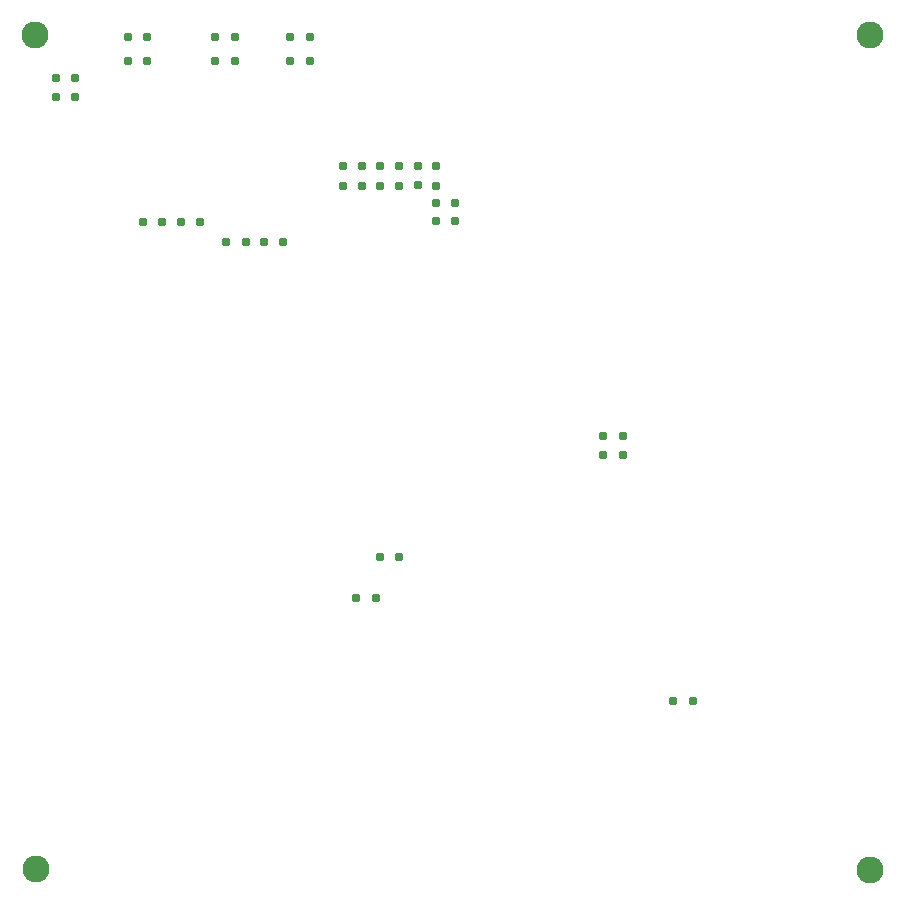
<source format=gbr>
%TF.GenerationSoftware,KiCad,Pcbnew,(6.0.9)*%
%TF.CreationDate,2023-01-10T19:03:16+01:00*%
%TF.ProjectId,P1_shield_board,50315f73-6869-4656-9c64-5f626f617264,V1.0*%
%TF.SameCoordinates,Original*%
%TF.FileFunction,Paste,Bot*%
%TF.FilePolarity,Positive*%
%FSLAX46Y46*%
G04 Gerber Fmt 4.6, Leading zero omitted, Abs format (unit mm)*
G04 Created by KiCad (PCBNEW (6.0.9)) date 2023-01-10 19:03:16*
%MOMM*%
%LPD*%
G01*
G04 APERTURE LIST*
G04 Aperture macros list*
%AMRoundRect*
0 Rectangle with rounded corners*
0 $1 Rounding radius*
0 $2 $3 $4 $5 $6 $7 $8 $9 X,Y pos of 4 corners*
0 Add a 4 corners polygon primitive as box body*
4,1,4,$2,$3,$4,$5,$6,$7,$8,$9,$2,$3,0*
0 Add four circle primitives for the rounded corners*
1,1,$1+$1,$2,$3*
1,1,$1+$1,$4,$5*
1,1,$1+$1,$6,$7*
1,1,$1+$1,$8,$9*
0 Add four rect primitives between the rounded corners*
20,1,$1+$1,$2,$3,$4,$5,0*
20,1,$1+$1,$4,$5,$6,$7,0*
20,1,$1+$1,$6,$7,$8,$9,0*
20,1,$1+$1,$8,$9,$2,$3,0*%
G04 Aperture macros list end*
%ADD10C,2.280000*%
%ADD11RoundRect,0.104000X0.200000X0.257000X-0.200000X0.257000X-0.200000X-0.257000X0.200000X-0.257000X0*%
%ADD12RoundRect,0.104000X0.257000X-0.200000X0.257000X0.200000X-0.257000X0.200000X-0.257000X-0.200000X0*%
%ADD13RoundRect,0.104000X-0.257000X0.200000X-0.257000X-0.200000X0.257000X-0.200000X0.257000X0.200000X0*%
%ADD14RoundRect,0.104000X-0.200000X-0.257000X0.200000X-0.257000X0.200000X0.257000X-0.200000X0.257000X0*%
G04 APERTURE END LIST*
D10*
%TO.C,H3*%
X61569600Y-24739600D03*
%TD*%
%TO.C,H1*%
X132283200Y-95453200D03*
%TD*%
%TO.C,H2*%
X132283200Y-24739600D03*
%TD*%
%TO.C,H4*%
X61620400Y-95402400D03*
%TD*%
D11*
%TO.C,R6*%
X71056000Y-26974800D03*
X69406000Y-26974800D03*
%TD*%
D12*
%TO.C,R8*%
X63347600Y-30009600D03*
X63347600Y-28359600D03*
%TD*%
D11*
%TO.C,R3*%
X84848200Y-26974800D03*
X83198200Y-26974800D03*
%TD*%
%TO.C,R9*%
X71056000Y-24942800D03*
X69406000Y-24942800D03*
%TD*%
D12*
%TO.C,R62*%
X93980000Y-37489400D03*
X93980000Y-35839400D03*
%TD*%
D13*
%TO.C,R63*%
X95529400Y-35852600D03*
X95529400Y-37502600D03*
%TD*%
D14*
%TO.C,R83*%
X109665000Y-60299600D03*
X111315000Y-60299600D03*
%TD*%
D11*
%TO.C,R52*%
X75550000Y-40600000D03*
X73900000Y-40600000D03*
%TD*%
D14*
%TO.C,R59*%
X95491800Y-40513000D03*
X97141800Y-40513000D03*
%TD*%
%TO.C,R5*%
X76822800Y-24942800D03*
X78472800Y-24942800D03*
%TD*%
D11*
%TO.C,R60*%
X97129600Y-38963600D03*
X95479600Y-38963600D03*
%TD*%
D13*
%TO.C,R56*%
X92379800Y-35852600D03*
X92379800Y-37502600D03*
%TD*%
D12*
%TO.C,R55*%
X90805000Y-37502600D03*
X90805000Y-35852600D03*
%TD*%
D11*
%TO.C,R81*%
X92417400Y-68935600D03*
X90767400Y-68935600D03*
%TD*%
D12*
%TO.C,R12*%
X89230200Y-37502600D03*
X89230200Y-35852600D03*
%TD*%
D11*
%TO.C,R4*%
X84848200Y-24942800D03*
X83198200Y-24942800D03*
%TD*%
%TO.C,R54*%
X82565000Y-42310000D03*
X80915000Y-42310000D03*
%TD*%
D14*
%TO.C,R75*%
X109665000Y-58750200D03*
X111315000Y-58750200D03*
%TD*%
D11*
%TO.C,R76*%
X90410800Y-72466200D03*
X88760800Y-72466200D03*
%TD*%
D14*
%TO.C,R57*%
X77750000Y-42310000D03*
X79400000Y-42310000D03*
%TD*%
D12*
%TO.C,R7*%
X64947800Y-30009600D03*
X64947800Y-28359600D03*
%TD*%
D13*
%TO.C,R51*%
X87655400Y-35852600D03*
X87655400Y-37502600D03*
%TD*%
D14*
%TO.C,R53*%
X70675000Y-40600000D03*
X72325000Y-40600000D03*
%TD*%
%TO.C,R2*%
X76822800Y-26974800D03*
X78472800Y-26974800D03*
%TD*%
%TO.C,R82*%
X115608600Y-81127600D03*
X117258600Y-81127600D03*
%TD*%
M02*

</source>
